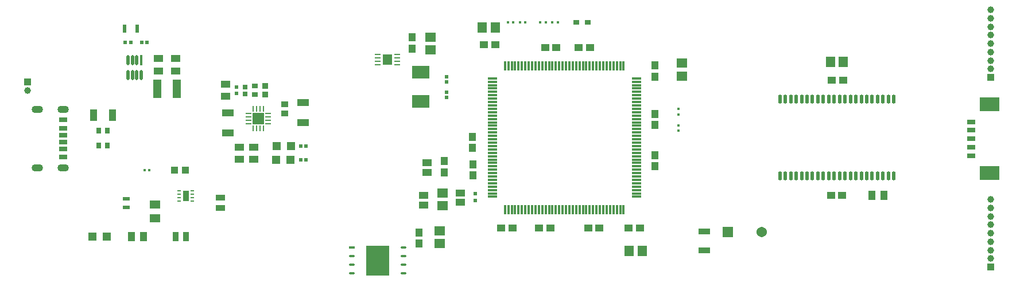
<source format=gbr>
%TF.GenerationSoftware,Altium Limited,Altium Designer,25.8.1 (18)*%
G04 Layer_Color=255*
%FSLAX45Y45*%
%MOMM*%
%TF.SameCoordinates,7B3F40D8-49BE-4A82-B445-1243D3C56F15*%
%TF.FilePolarity,Positive*%
%TF.FileFunction,Pads,Top*%
%TF.Part,Single*%
G01*
G75*
%TA.AperFunction,SMDPad,CuDef*%
G04:AMPARAMS|DCode=10|XSize=0.55mm|YSize=1.35mm|CornerRadius=0.275mm|HoleSize=0mm|Usage=FLASHONLY|Rotation=0.000|XOffset=0mm|YOffset=0mm|HoleType=Round|Shape=RoundedRectangle|*
%AMROUNDEDRECTD10*
21,1,0.55000,0.80000,0,0,0.0*
21,1,0.00000,1.35000,0,0,0.0*
1,1,0.55000,0.00000,-0.40000*
1,1,0.55000,0.00000,-0.40000*
1,1,0.55000,0.00000,0.40000*
1,1,0.55000,0.00000,0.40000*
%
%ADD10ROUNDEDRECTD10*%
%ADD11R,1.35000X0.35000*%
%ADD12R,0.35000X1.35000*%
%ADD13R,1.40000X1.50000*%
%ADD14R,1.50000X1.40000*%
%ADD15R,1.01213X1.15814*%
%ADD16R,1.15814X1.01213*%
%ADD17R,0.90000X0.80000*%
%ADD18R,1.70000X0.95000*%
%ADD19R,0.50000X0.50000*%
%ADD20R,1.35000X1.10000*%
%ADD21R,0.52000X0.56000*%
%ADD22R,1.40000X1.60000*%
G04:AMPARAMS|DCode=23|XSize=0.86107mm|YSize=0.23928mm|CornerRadius=0.11964mm|HoleSize=0mm|Usage=FLASHONLY|Rotation=0.000|XOffset=0mm|YOffset=0mm|HoleType=Round|Shape=RoundedRectangle|*
%AMROUNDEDRECTD23*
21,1,0.86107,0.00000,0,0,0.0*
21,1,0.62178,0.23928,0,0,0.0*
1,1,0.23928,0.31089,0.00000*
1,1,0.23928,-0.31089,0.00000*
1,1,0.23928,-0.31089,0.00000*
1,1,0.23928,0.31089,0.00000*
%
%ADD23ROUNDEDRECTD23*%
%ADD24R,1.80000X1.00000*%
%ADD25R,0.85000X0.70000*%
%ADD26R,0.90000X0.85000*%
%ADD27R,0.60000X1.25000*%
G04:AMPARAMS|DCode=28|XSize=1.50524mm|YSize=0.45493mm|CornerRadius=0.22746mm|HoleSize=0mm|Usage=FLASHONLY|Rotation=270.000|XOffset=0mm|YOffset=0mm|HoleType=Round|Shape=RoundedRectangle|*
%AMROUNDEDRECTD28*
21,1,1.50524,0.00000,0,0,270.0*
21,1,1.05031,0.45493,0,0,270.0*
1,1,0.45493,0.00000,-0.52516*
1,1,0.45493,0.00000,0.52516*
1,1,0.45493,0.00000,0.52516*
1,1,0.45493,0.00000,-0.52516*
%
%ADD28ROUNDEDRECTD28*%
%ADD29R,1.35000X1.00000*%
%ADD30R,0.52000X0.52000*%
%ADD31R,0.65000X0.65000*%
%ADD32R,0.55000X0.55000*%
%ADD33R,1.05000X0.90000*%
%ADD34R,1.68000X1.68000*%
G04:AMPARAMS|DCode=35|XSize=0.23928mm|YSize=0.86602mm|CornerRadius=0.11964mm|HoleSize=0mm|Usage=FLASHONLY|Rotation=0.000|XOffset=0mm|YOffset=0mm|HoleType=Round|Shape=RoundedRectangle|*
%AMROUNDEDRECTD35*
21,1,0.23928,0.62673,0,0,0.0*
21,1,0.00000,0.86602,0,0,0.0*
1,1,0.23928,0.00000,-0.31337*
1,1,0.23928,0.00000,-0.31337*
1,1,0.23928,0.00000,0.31337*
1,1,0.23928,0.00000,0.31337*
%
%ADD35ROUNDEDRECTD35*%
%ADD36R,3.50000X4.40000*%
G04:AMPARAMS|DCode=37|XSize=0.86107mm|YSize=0.39247mm|CornerRadius=0.19624mm|HoleSize=0mm|Usage=FLASHONLY|Rotation=0.000|XOffset=0mm|YOffset=0mm|HoleType=Round|Shape=RoundedRectangle|*
%AMROUNDEDRECTD37*
21,1,0.86107,0.00000,0,0,0.0*
21,1,0.46860,0.39247,0,0,0.0*
1,1,0.39247,0.23430,0.00000*
1,1,0.39247,-0.23430,0.00000*
1,1,0.39247,-0.23430,0.00000*
1,1,0.39247,0.23430,0.00000*
%
%ADD37ROUNDEDRECTD37*%
G04:AMPARAMS|DCode=38|XSize=0.86602mm|YSize=0.23928mm|CornerRadius=0.11964mm|HoleSize=0mm|Usage=FLASHONLY|Rotation=0.000|XOffset=0mm|YOffset=0mm|HoleType=Round|Shape=RoundedRectangle|*
%AMROUNDEDRECTD38*
21,1,0.86602,0.00000,0,0,0.0*
21,1,0.62673,0.23928,0,0,0.0*
1,1,0.23928,0.31337,0.00000*
1,1,0.23928,-0.31337,0.00000*
1,1,0.23928,-0.31337,0.00000*
1,1,0.23928,0.31337,0.00000*
%
%ADD38ROUNDEDRECTD38*%
%ADD39R,1.20000X0.80000*%
%ADD40R,0.73504X0.86213*%
G04:AMPARAMS|DCode=41|XSize=0.25mm|YSize=0.5mm|CornerRadius=0.05mm|HoleSize=0mm|Usage=FLASHONLY|Rotation=270.000|XOffset=0mm|YOffset=0mm|HoleType=Round|Shape=RoundedRectangle|*
%AMROUNDEDRECTD41*
21,1,0.25000,0.40000,0,0,270.0*
21,1,0.15000,0.50000,0,0,270.0*
1,1,0.10000,-0.20000,-0.07500*
1,1,0.10000,-0.20000,0.07500*
1,1,0.10000,0.20000,0.07500*
1,1,0.10000,0.20000,-0.07500*
%
%ADD41ROUNDEDRECTD41*%
%ADD42R,1.13504X1.06213*%
G04:AMPARAMS|DCode=43|XSize=0.9mm|YSize=1.6mm|CornerRadius=0.0495mm|HoleSize=0mm|Usage=FLASHONLY|Rotation=180.000|XOffset=0mm|YOffset=0mm|HoleType=Round|Shape=RoundedRectangle|*
%AMROUNDEDRECTD43*
21,1,0.90000,1.50100,0,0,180.0*
21,1,0.80100,1.60000,0,0,180.0*
1,1,0.09900,-0.40050,0.75050*
1,1,0.09900,0.40050,0.75050*
1,1,0.09900,0.40050,-0.75050*
1,1,0.09900,-0.40050,-0.75050*
%
%ADD43ROUNDEDRECTD43*%
%ADD44R,1.35000X0.95000*%
%ADD45R,0.95000X1.35000*%
%ADD46R,1.20000X1.20000*%
%ADD47R,1.00000X1.35000*%
%ADD48R,0.45000X0.45000*%
%ADD49R,0.45000X0.45000*%
%ADD50R,1.55620X1.45490*%
%ADD51R,0.45000X0.35000*%
%ADD52R,1.00000X0.55000*%
%ADD53R,1.55000X1.25000*%
%ADD54R,1.30000X0.80000*%
%ADD55R,2.60000X1.90000*%
%ADD56R,0.86107X0.39247*%
%ADD57R,1.20000X0.76000*%
%ADD58R,1.20000X0.70000*%
%ADD59R,1.00000X1.80000*%
%ADD60R,0.86602X0.23928*%
%ADD61R,1.45000X1.05000*%
%ADD62R,1.25000X2.70000*%
%ADD63R,0.55000X0.50000*%
%ADD64R,0.45493X1.50524*%
%ADD65R,3.00000X2.10000*%
%ADD66R,0.86107X0.23928*%
%TA.AperFunction,ComponentPad*%
%ADD69C,1.00000*%
%ADD70C,1.54060*%
%ADD71R,1.54060X1.54060*%
%ADD72R,1.00000X1.00000*%
G04:AMPARAMS|DCode=73|XSize=1.1mm|YSize=1.7mm|CornerRadius=0.55mm|HoleSize=0mm|Usage=FLASHONLY|Rotation=270.000|XOffset=0mm|YOffset=0mm|HoleType=Round|Shape=RoundedRectangle|*
%AMROUNDEDRECTD73*
21,1,1.10000,0.60000,0,0,270.0*
21,1,0.00000,1.70000,0,0,270.0*
1,1,1.10000,-0.30000,0.00000*
1,1,1.10000,-0.30000,0.00000*
1,1,1.10000,0.30000,0.00000*
1,1,1.10000,0.30000,0.00000*
%
%ADD73ROUNDEDRECTD73*%
D10*
X14868539Y8543100D02*
D03*
X15828540Y7408100D02*
D03*
X14148540Y8543100D02*
D03*
X14548540Y7408100D02*
D03*
X15428540Y8543100D02*
D03*
X15668539D02*
D03*
X14468539D02*
D03*
X14308540Y7408100D02*
D03*
X15748540D02*
D03*
X15108540D02*
D03*
X14228540Y8543100D02*
D03*
X14948540D02*
D03*
X15028540Y7408100D02*
D03*
X14228540D02*
D03*
X15748540Y8543100D02*
D03*
X14788541D02*
D03*
X14308540D02*
D03*
X15588541Y7408100D02*
D03*
X14468539D02*
D03*
X15188541Y8543100D02*
D03*
X15508540D02*
D03*
X14148540Y7408100D02*
D03*
X14788541D02*
D03*
X15668539D02*
D03*
X15028540Y8543100D02*
D03*
X14948540Y7408100D02*
D03*
X14388541D02*
D03*
X15108540Y8543100D02*
D03*
X15828540D02*
D03*
X15188541Y7408100D02*
D03*
X15588541Y8543100D02*
D03*
X14868539Y7408100D02*
D03*
X14548540Y8543100D02*
D03*
X15428540Y7408100D02*
D03*
X14388541Y8543100D02*
D03*
X14628540Y7408100D02*
D03*
X14708540D02*
D03*
X15268539D02*
D03*
X15348540D02*
D03*
X15508540D02*
D03*
X14628540Y8543100D02*
D03*
X14708540D02*
D03*
X15268539D02*
D03*
X15348540D02*
D03*
D11*
X12029925Y7950600D02*
D03*
X9904925Y8150600D02*
D03*
X12029925Y7800600D02*
D03*
X9904925Y8800600D02*
D03*
Y8300600D02*
D03*
X12029925D02*
D03*
Y7450600D02*
D03*
X9904925Y8250600D02*
D03*
X12029925Y7850600D02*
D03*
Y8800600D02*
D03*
Y8150600D02*
D03*
Y7600600D02*
D03*
X9904925Y8600600D02*
D03*
Y8100600D02*
D03*
Y7350600D02*
D03*
Y8400600D02*
D03*
X12029925Y7700600D02*
D03*
Y7500600D02*
D03*
X9904925Y7300600D02*
D03*
Y7400600D02*
D03*
Y8050600D02*
D03*
X12029925Y8200600D02*
D03*
Y7650600D02*
D03*
Y8850600D02*
D03*
Y7900600D02*
D03*
X9904925Y8350600D02*
D03*
Y8200600D02*
D03*
X12029925Y7750600D02*
D03*
Y7550600D02*
D03*
X9904925Y7650600D02*
D03*
Y8850600D02*
D03*
Y8750600D02*
D03*
Y8700600D02*
D03*
Y8650600D02*
D03*
Y8550600D02*
D03*
Y8450600D02*
D03*
Y8000600D02*
D03*
Y7950600D02*
D03*
Y7900600D02*
D03*
Y7850600D02*
D03*
Y7800600D02*
D03*
Y7750600D02*
D03*
Y7700600D02*
D03*
Y7600600D02*
D03*
Y7550600D02*
D03*
Y7500600D02*
D03*
Y7450600D02*
D03*
Y7250600D02*
D03*
Y7200600D02*
D03*
Y7150600D02*
D03*
Y7100600D02*
D03*
X12029925D02*
D03*
Y7150600D02*
D03*
Y7200600D02*
D03*
Y7250600D02*
D03*
Y7300600D02*
D03*
Y7350600D02*
D03*
Y7400600D02*
D03*
Y8000600D02*
D03*
Y8050600D02*
D03*
Y8100600D02*
D03*
Y8250600D02*
D03*
Y8350600D02*
D03*
Y8400600D02*
D03*
Y8450600D02*
D03*
Y8500600D02*
D03*
Y8550600D02*
D03*
Y8600600D02*
D03*
Y8650600D02*
D03*
Y8700600D02*
D03*
Y8750600D02*
D03*
X9904925Y8500600D02*
D03*
D12*
X11592425Y9038100D02*
D03*
X10992425Y6913100D02*
D03*
X11242425D02*
D03*
X10742425D02*
D03*
X11542425Y9038100D02*
D03*
X11292425D02*
D03*
X10792425D02*
D03*
X10142425Y6913100D02*
D03*
X11292425D02*
D03*
X10792425D02*
D03*
X11042425D02*
D03*
X11392425Y9038100D02*
D03*
X10192425Y6913100D02*
D03*
X10092425Y9038100D02*
D03*
X10842425Y6913100D02*
D03*
X11342425D02*
D03*
X11842425D02*
D03*
X10742425Y9038100D02*
D03*
X11242425D02*
D03*
X10892425Y6913100D02*
D03*
X11142425D02*
D03*
X11392425D02*
D03*
X11092425D02*
D03*
X10942425D02*
D03*
X11342425Y9038100D02*
D03*
X11192425Y6913100D02*
D03*
X10092425D02*
D03*
X10242425D02*
D03*
X10292425D02*
D03*
X10342425D02*
D03*
X10392425D02*
D03*
X10442425D02*
D03*
X10492425D02*
D03*
X10542425D02*
D03*
X10592425D02*
D03*
X10642425D02*
D03*
X10692425D02*
D03*
X11442425D02*
D03*
X11492425D02*
D03*
X11542425D02*
D03*
X11592425D02*
D03*
X11642425D02*
D03*
X11692425D02*
D03*
X11742425D02*
D03*
X11792425D02*
D03*
X11842425Y9038100D02*
D03*
X11792425D02*
D03*
X11742425D02*
D03*
X11692425D02*
D03*
X11642425D02*
D03*
X11492425D02*
D03*
X11442425D02*
D03*
X11192425D02*
D03*
X11142425D02*
D03*
X11092425D02*
D03*
X11042425D02*
D03*
X10992425D02*
D03*
X10942425D02*
D03*
X10892425D02*
D03*
X10842425D02*
D03*
X10692425D02*
D03*
X10642425D02*
D03*
X10592425D02*
D03*
X10542425D02*
D03*
X10492425D02*
D03*
X10442425D02*
D03*
X10392425D02*
D03*
X10342425D02*
D03*
X10292425D02*
D03*
X10242425D02*
D03*
X10192425D02*
D03*
X10142425D02*
D03*
D13*
X14893539Y9093200D02*
D03*
X9760200Y9601200D02*
D03*
X12115300Y6299200D02*
D03*
X15083540Y9093200D02*
D03*
X9950200Y9601200D02*
D03*
X11925300Y6299200D02*
D03*
D14*
X12700000Y9073900D02*
D03*
X8991600Y9461500D02*
D03*
X9131300Y6597400D02*
D03*
X8991600Y9271500D02*
D03*
X9131300Y6407400D02*
D03*
X12700000Y8883900D02*
D03*
D15*
X12306300Y8877300D02*
D03*
Y7550001D02*
D03*
Y8159601D02*
D03*
X9613900Y7988599D02*
D03*
X9620250Y7416561D02*
D03*
X8724900Y9455400D02*
D03*
X9194800Y7626500D02*
D03*
X8826500Y6572399D02*
D03*
X12306300Y9042699D02*
D03*
Y8324999D02*
D03*
Y7715399D02*
D03*
X8724900Y9290001D02*
D03*
X9613900Y7823200D02*
D03*
X9620250Y7581959D02*
D03*
X9194800Y7461101D02*
D03*
X8826500Y6407001D02*
D03*
D16*
X14912041Y8826500D02*
D03*
X11347599Y9309100D02*
D03*
X10852299D02*
D03*
X9785200Y9347200D02*
D03*
X15068700Y7124700D02*
D03*
X12084199Y6642100D02*
D03*
X11321901D02*
D03*
X10039201D02*
D03*
X10598001D02*
D03*
X11182201Y9309100D02*
D03*
X10686901D02*
D03*
X14903300Y7124700D02*
D03*
X11918801Y6642100D02*
D03*
X11487299D02*
D03*
X10763399D02*
D03*
X9950599Y9347200D02*
D03*
X10204600Y6642100D02*
D03*
X15077440Y8826500D02*
D03*
D17*
X11311800Y9677400D02*
D03*
X11141800D02*
D03*
D18*
X13030200Y6311600D02*
D03*
Y6591600D02*
D03*
D19*
X9652000Y7048500D02*
D03*
Y7148500D02*
D03*
D20*
X9436100Y7016600D02*
D03*
X8940800Y7601100D02*
D03*
X8890000Y7118500D02*
D03*
X8940800Y7461100D02*
D03*
X8890000Y6978500D02*
D03*
X9436100Y7156600D02*
D03*
D21*
X9232900Y8800200D02*
D03*
Y8649600D02*
D03*
Y8571600D02*
D03*
Y8878200D02*
D03*
D22*
X8356600Y9125200D02*
D03*
D23*
X8214047Y9050200D02*
D03*
X8499153Y9200200D02*
D03*
Y9100200D02*
D03*
X8499153Y9050200D02*
D03*
X8499153Y9150200D02*
D03*
X8214047Y9100200D02*
D03*
Y9150200D02*
D03*
D24*
X7113374Y8495900D02*
D03*
X6008475Y8043499D02*
D03*
Y8343500D02*
D03*
X7113374Y8195900D02*
D03*
D25*
X6402174Y8736200D02*
D03*
X6402174Y8611199D02*
D03*
D26*
X6553200Y8739100D02*
D03*
X6553199Y8609100D02*
D03*
D27*
X4663500Y9585677D02*
D03*
X4483500D02*
D03*
D28*
X4725900Y8898503D02*
D03*
X4660900D02*
D03*
X4595900Y9118600D02*
D03*
X4530900D02*
D03*
X4530900Y8898504D02*
D03*
X4595900Y8898503D02*
D03*
X4660900Y9118600D02*
D03*
D29*
X5970049Y8763700D02*
D03*
X6389474Y7656599D02*
D03*
X6173574Y7655500D02*
D03*
X5970049Y8583700D02*
D03*
X6173574Y7835500D02*
D03*
X6389474Y7836600D02*
D03*
D30*
X4573500Y9382477D02*
D03*
X4493500Y9382477D02*
D03*
X4734800Y9382477D02*
D03*
X4814800Y9382478D02*
D03*
D31*
X6261749Y8723700D02*
D03*
Y8623700D02*
D03*
D32*
X6135474Y8718700D02*
D03*
Y8628700D02*
D03*
D33*
X6846674Y8470500D02*
D03*
Y8335500D02*
D03*
D34*
X6451600Y8255000D02*
D03*
D35*
X6526600Y8112694D02*
D03*
X6526600Y8397305D02*
D03*
X6426600Y8397305D02*
D03*
X6376600Y8112694D02*
D03*
X6376600Y8397305D02*
D03*
X6476600Y8112694D02*
D03*
Y8397305D02*
D03*
X6426600Y8112694D02*
D03*
D36*
X8215347Y6159500D02*
D03*
D37*
X7832793Y5969000D02*
D03*
X8597900Y6350000D02*
D03*
Y6223000D02*
D03*
Y5969000D02*
D03*
X7832793Y6223000D02*
D03*
X8597900Y6096000D02*
D03*
X7832794D02*
D03*
D38*
X6309294Y8180000D02*
D03*
Y8280000D02*
D03*
Y8230000D02*
D03*
X6593906D02*
D03*
Y8280000D02*
D03*
Y8329999D02*
D03*
Y8180000D02*
D03*
D39*
X3576600Y8237675D02*
D03*
Y7687675D02*
D03*
D40*
X4225179Y8076726D02*
D03*
X4227139Y7861300D02*
D03*
X4102100Y8076726D02*
D03*
X4104061Y7861300D02*
D03*
D41*
X5479800Y7187000D02*
D03*
X5479800Y7037000D02*
D03*
X5289799Y7137000D02*
D03*
X5289800Y7087000D02*
D03*
X5479800D02*
D03*
X5479800Y7137000D02*
D03*
X5289800Y7037000D02*
D03*
X5289799Y7187000D02*
D03*
D42*
X5377440Y7493000D02*
D03*
X5214361Y7493000D02*
D03*
D43*
X5384800Y7112000D02*
D03*
D44*
X5892800Y6935400D02*
D03*
Y7085400D02*
D03*
D45*
X5383600Y6515100D02*
D03*
X5233600D02*
D03*
D46*
X4009800D02*
D03*
X4219800D02*
D03*
X6719674Y7645000D02*
D03*
X6723075Y7848199D02*
D03*
X6933074D02*
D03*
X6929675Y7645000D02*
D03*
D47*
X15505600Y7124700D02*
D03*
X15685600D02*
D03*
X4763600Y6515100D02*
D03*
X4583600D02*
D03*
D48*
X12649200Y8318500D02*
D03*
Y8155300D02*
D03*
Y8398500D02*
D03*
Y8075300D02*
D03*
D49*
X10793100Y9677400D02*
D03*
X10695300D02*
D03*
X10214600D02*
D03*
X10312400D02*
D03*
X10873100D02*
D03*
X10392400D02*
D03*
X10615300D02*
D03*
X10134600D02*
D03*
D50*
X9169400Y6968635D02*
D03*
Y7153765D02*
D03*
D51*
X4780800Y7493000D02*
D03*
X4845800D02*
D03*
D52*
X4508500Y6947900D02*
D03*
X4508500Y7072900D02*
D03*
D53*
X4927600Y6780900D02*
D03*
Y6985900D02*
D03*
D54*
X16967200Y7834474D02*
D03*
Y8209474D02*
D03*
Y7959474D02*
D03*
Y8084474D02*
D03*
Y7709474D02*
D03*
D55*
X8851900Y8509900D02*
D03*
Y8939900D02*
D03*
D56*
X7832794Y6350000D02*
D03*
D57*
X3576600Y8114675D02*
D03*
Y7810675D02*
D03*
D58*
Y8012675D02*
D03*
Y7912675D02*
D03*
D59*
X4305600Y8305800D02*
D03*
X4025600D02*
D03*
D60*
X6309294Y8330000D02*
D03*
D61*
X5233900Y8959777D02*
D03*
X4979900Y8959778D02*
D03*
X4979900Y9144777D02*
D03*
X5233900Y9144776D02*
D03*
D62*
X5249400Y8696677D02*
D03*
X4964400Y8696676D02*
D03*
D63*
X7157075Y7644999D02*
D03*
Y7848199D02*
D03*
X7082074Y7644999D02*
D03*
Y7848199D02*
D03*
D64*
X4725901Y9118600D02*
D03*
D65*
X17242200Y8464474D02*
D03*
Y7454474D02*
D03*
D66*
X8214047Y9200200D02*
D03*
D69*
X17259300Y6561200D02*
D03*
X17259300Y6311200D02*
D03*
Y6436200D02*
D03*
X3053800Y8675100D02*
D03*
X17259300Y6186200D02*
D03*
Y9114600D02*
D03*
Y7061200D02*
D03*
Y6811200D02*
D03*
Y9864600D02*
D03*
Y9239600D02*
D03*
Y9614600D02*
D03*
X17259300Y9364600D02*
D03*
X17259300Y8989600D02*
D03*
Y6936200D02*
D03*
Y6686200D02*
D03*
Y9489600D02*
D03*
Y9739600D02*
D03*
D70*
X13880016Y6583703D02*
D03*
D71*
X13379636D02*
D03*
D72*
X17259300Y8864600D02*
D03*
Y6061200D02*
D03*
X3053800Y8800100D02*
D03*
D73*
X3576600Y8394675D02*
D03*
Y7530675D02*
D03*
X3196600Y8394675D02*
D03*
Y7530675D02*
D03*
%TF.MD5,10685889bd79d9cd086fb69eb454e718*%
M02*

</source>
